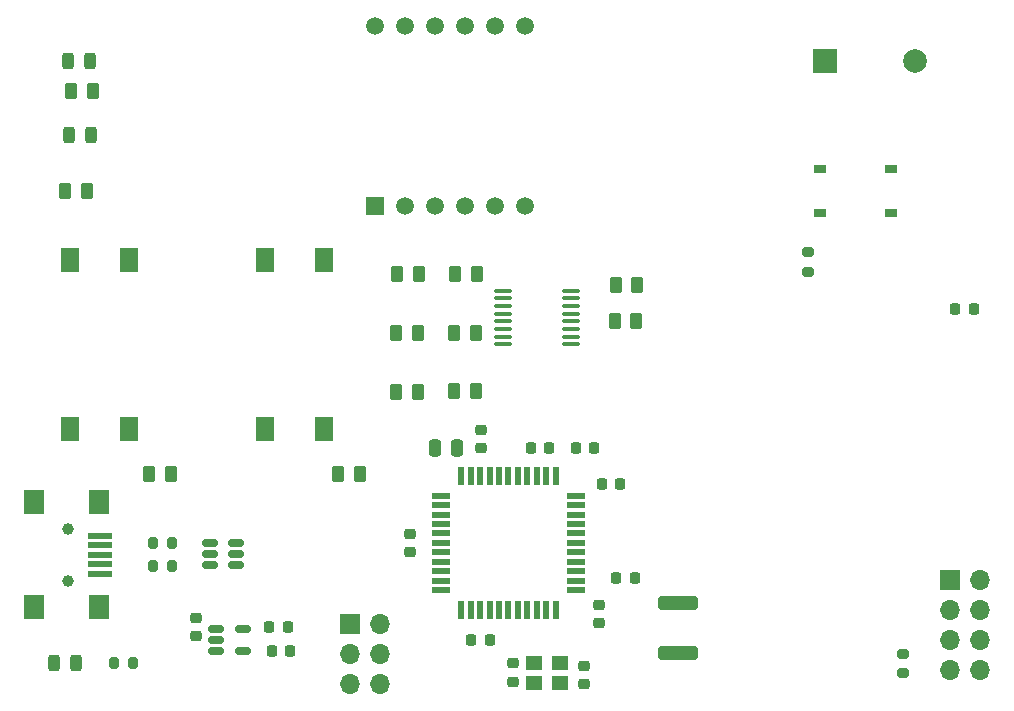
<source format=gbr>
%TF.GenerationSoftware,KiCad,Pcbnew,(7.0.0)*%
%TF.CreationDate,2023-04-21T00:37:14-06:00*%
%TF.ProjectId,Phase_B_Prototype,50686173-655f-4425-9f50-726f746f7479,rev?*%
%TF.SameCoordinates,Original*%
%TF.FileFunction,Soldermask,Top*%
%TF.FilePolarity,Negative*%
%FSLAX46Y46*%
G04 Gerber Fmt 4.6, Leading zero omitted, Abs format (unit mm)*
G04 Created by KiCad (PCBNEW (7.0.0)) date 2023-04-21 00:37:14*
%MOMM*%
%LPD*%
G01*
G04 APERTURE LIST*
G04 Aperture macros list*
%AMRoundRect*
0 Rectangle with rounded corners*
0 $1 Rounding radius*
0 $2 $3 $4 $5 $6 $7 $8 $9 X,Y pos of 4 corners*
0 Add a 4 corners polygon primitive as box body*
4,1,4,$2,$3,$4,$5,$6,$7,$8,$9,$2,$3,0*
0 Add four circle primitives for the rounded corners*
1,1,$1+$1,$2,$3*
1,1,$1+$1,$4,$5*
1,1,$1+$1,$6,$7*
1,1,$1+$1,$8,$9*
0 Add four rect primitives between the rounded corners*
20,1,$1+$1,$2,$3,$4,$5,0*
20,1,$1+$1,$4,$5,$6,$7,0*
20,1,$1+$1,$6,$7,$8,$9,0*
20,1,$1+$1,$8,$9,$2,$3,0*%
G04 Aperture macros list end*
%ADD10RoundRect,0.250000X-0.250000X-0.475000X0.250000X-0.475000X0.250000X0.475000X-0.250000X0.475000X0*%
%ADD11RoundRect,0.243750X-0.243750X-0.456250X0.243750X-0.456250X0.243750X0.456250X-0.243750X0.456250X0*%
%ADD12RoundRect,0.225000X-0.225000X-0.250000X0.225000X-0.250000X0.225000X0.250000X-0.225000X0.250000X0*%
%ADD13RoundRect,0.250000X-0.262500X-0.450000X0.262500X-0.450000X0.262500X0.450000X-0.262500X0.450000X0*%
%ADD14RoundRect,0.200000X-0.200000X-0.275000X0.200000X-0.275000X0.200000X0.275000X-0.200000X0.275000X0*%
%ADD15R,1.400000X1.200000*%
%ADD16RoundRect,0.250000X1.450000X-0.312500X1.450000X0.312500X-1.450000X0.312500X-1.450000X-0.312500X0*%
%ADD17R,1.000000X0.700000*%
%ADD18RoundRect,0.225000X0.250000X-0.225000X0.250000X0.225000X-0.250000X0.225000X-0.250000X-0.225000X0*%
%ADD19RoundRect,0.150000X-0.512500X-0.150000X0.512500X-0.150000X0.512500X0.150000X-0.512500X0.150000X0*%
%ADD20R,1.500000X1.500000*%
%ADD21C,1.500000*%
%ADD22R,1.700000X1.700000*%
%ADD23O,1.700000X1.700000*%
%ADD24RoundRect,0.225000X0.225000X0.250000X-0.225000X0.250000X-0.225000X-0.250000X0.225000X-0.250000X0*%
%ADD25RoundRect,0.225000X-0.250000X0.225000X-0.250000X-0.225000X0.250000X-0.225000X0.250000X0.225000X0*%
%ADD26RoundRect,0.200000X0.275000X-0.200000X0.275000X0.200000X-0.275000X0.200000X-0.275000X-0.200000X0*%
%ADD27R,1.500000X0.550000*%
%ADD28R,0.550000X1.500000*%
%ADD29R,1.500000X2.000000*%
%ADD30C,1.000000*%
%ADD31R,2.000000X0.500000*%
%ADD32R,1.700000X2.000000*%
%ADD33R,2.000000X2.000000*%
%ADD34C,2.000000*%
%ADD35RoundRect,0.100000X-0.637500X-0.100000X0.637500X-0.100000X0.637500X0.100000X-0.637500X0.100000X0*%
G04 APERTURE END LIST*
D10*
%TO.C,C8*%
X217350000Y-103800000D03*
X219250000Y-103800000D03*
%TD*%
D11*
%TO.C,RED1*%
X186375000Y-77300000D03*
X188250000Y-77300000D03*
%TD*%
D12*
%TO.C,C6*%
X220450000Y-120000000D03*
X222000000Y-120000000D03*
%TD*%
D13*
%TO.C,R9*%
X219000000Y-94000000D03*
X220825000Y-94000000D03*
%TD*%
D14*
%TO.C,R15*%
X193475000Y-111800000D03*
X195125000Y-111800000D03*
%TD*%
D15*
%TO.C,Y1*%
X227999999Y-121999999D03*
X225799999Y-121999999D03*
X225799999Y-123699999D03*
X227999999Y-123699999D03*
%TD*%
D16*
%TO.C,F1*%
X238000000Y-121137500D03*
X238000000Y-116862500D03*
%TD*%
D13*
%TO.C,R4*%
X186587500Y-73500000D03*
X188412500Y-73500000D03*
%TD*%
D17*
%TO.C,S3*%
X249999999Y-80149999D03*
X255999999Y-80149999D03*
X249999999Y-83849999D03*
X255999999Y-83849999D03*
%TD*%
D18*
%TO.C,C9*%
X215300000Y-112575000D03*
X215300000Y-111025000D03*
%TD*%
D19*
%TO.C,U4*%
X198300000Y-111800000D03*
X198300000Y-112750000D03*
X198300000Y-113700000D03*
X200575000Y-113700000D03*
X200575000Y-112750000D03*
X200575000Y-111800000D03*
%TD*%
D13*
%TO.C,R1*%
X209175000Y-106000000D03*
X211000000Y-106000000D03*
%TD*%
D18*
%TO.C,C12*%
X221300000Y-103800000D03*
X221300000Y-102250000D03*
%TD*%
D20*
%TO.C,U1*%
X212299999Y-83239999D03*
D21*
X214840000Y-83240000D03*
X217380000Y-83240000D03*
X219920000Y-83240000D03*
X222460000Y-83240000D03*
X225000000Y-83240000D03*
X225000000Y-68000000D03*
X222460000Y-68000000D03*
X219920000Y-68000000D03*
X217380000Y-68000000D03*
X214840000Y-68000000D03*
X212300000Y-68000000D03*
%TD*%
D12*
%TO.C,C4*%
X231525000Y-106800000D03*
X233075000Y-106800000D03*
%TD*%
D13*
%TO.C,R8*%
X219087500Y-89000000D03*
X220912500Y-89000000D03*
%TD*%
D12*
%TO.C,C14*%
X203362500Y-118950000D03*
X204912500Y-118950000D03*
%TD*%
D22*
%TO.C,J2*%
X210209999Y-118669999D03*
D23*
X212749999Y-118669999D03*
X210209999Y-121209999D03*
X212749999Y-121209999D03*
X210209999Y-123749999D03*
X212749999Y-123749999D03*
%TD*%
D24*
%TO.C,C7*%
X227075000Y-103800000D03*
X225525000Y-103800000D03*
%TD*%
D12*
%TO.C,C1*%
X261450000Y-92000000D03*
X263000000Y-92000000D03*
%TD*%
D25*
%TO.C,C10*%
X231300000Y-117025000D03*
X231300000Y-118575000D03*
%TD*%
D13*
%TO.C,R6*%
X232677500Y-90000000D03*
X234502500Y-90000000D03*
%TD*%
%TO.C,R11*%
X214087500Y-94000000D03*
X215912500Y-94000000D03*
%TD*%
D25*
%TO.C,C2*%
X230000000Y-122225000D03*
X230000000Y-123775000D03*
%TD*%
D14*
%TO.C,R14*%
X193475000Y-113800000D03*
X195125000Y-113800000D03*
%TD*%
D26*
%TO.C,R17*%
X257000000Y-122825000D03*
X257000000Y-121175000D03*
%TD*%
D27*
%TO.C,U3*%
X217899999Y-107799999D03*
X217899999Y-108599999D03*
X217899999Y-109399999D03*
X217899999Y-110199999D03*
X217899999Y-110999999D03*
X217899999Y-111799999D03*
X217899999Y-112599999D03*
X217899999Y-113399999D03*
X217899999Y-114199999D03*
X217899999Y-114999999D03*
X217899999Y-115799999D03*
D28*
X219599999Y-117499999D03*
X220399999Y-117499999D03*
X221199999Y-117499999D03*
X221999999Y-117499999D03*
X222799999Y-117499999D03*
X223599999Y-117499999D03*
X224399999Y-117499999D03*
X225199999Y-117499999D03*
X225999999Y-117499999D03*
X226799999Y-117499999D03*
X227599999Y-117499999D03*
D27*
X229299999Y-115799999D03*
X229299999Y-114999999D03*
X229299999Y-114199999D03*
X229299999Y-113399999D03*
X229299999Y-112599999D03*
X229299999Y-111799999D03*
X229299999Y-110999999D03*
X229299999Y-110199999D03*
X229299999Y-109399999D03*
X229299999Y-108599999D03*
X229299999Y-107799999D03*
D28*
X227599999Y-106099999D03*
X226799999Y-106099999D03*
X225999999Y-106099999D03*
X225199999Y-106099999D03*
X224399999Y-106099999D03*
X223599999Y-106099999D03*
X222799999Y-106099999D03*
X221999999Y-106099999D03*
X221199999Y-106099999D03*
X220399999Y-106099999D03*
X219599999Y-106099999D03*
%TD*%
D13*
%TO.C,R10*%
X219000000Y-98950000D03*
X220825000Y-98950000D03*
%TD*%
%TO.C,R12*%
X214087500Y-99000000D03*
X215912500Y-99000000D03*
%TD*%
D11*
%TO.C,RED2*%
X185125000Y-122000000D03*
X187000000Y-122000000D03*
%TD*%
D13*
%TO.C,R5*%
X214175000Y-89000000D03*
X216000000Y-89000000D03*
%TD*%
D25*
%TO.C,C13*%
X197137500Y-118175000D03*
X197137500Y-119725000D03*
%TD*%
D14*
%TO.C,R16*%
X190175000Y-122000000D03*
X191825000Y-122000000D03*
%TD*%
D12*
%TO.C,C11*%
X232750000Y-114800000D03*
X234300000Y-114800000D03*
%TD*%
D13*
%TO.C,R7*%
X232590000Y-93000000D03*
X234415000Y-93000000D03*
%TD*%
D29*
%TO.C,S2*%
X207999999Y-87849999D03*
X207999999Y-102149999D03*
X202999999Y-87849999D03*
X202999999Y-102149999D03*
%TD*%
D13*
%TO.C,R2*%
X193175000Y-106000000D03*
X195000000Y-106000000D03*
%TD*%
D18*
%TO.C,C3*%
X224000000Y-123550000D03*
X224000000Y-122000000D03*
%TD*%
D11*
%TO.C,GREEN1*%
X186312500Y-71000000D03*
X188187500Y-71000000D03*
%TD*%
D19*
%TO.C,U5*%
X198862500Y-119050000D03*
X198862500Y-120000000D03*
X198862500Y-120950000D03*
X201137500Y-120950000D03*
X201137500Y-119050000D03*
%TD*%
D12*
%TO.C,C15*%
X203587500Y-120950000D03*
X205137500Y-120950000D03*
%TD*%
D30*
%TO.C,J1*%
X186300000Y-110600000D03*
X186300000Y-115000000D03*
D31*
X188999999Y-111199999D03*
X188999999Y-111999999D03*
X188999999Y-112799999D03*
X188999999Y-113599999D03*
X188999999Y-114399999D03*
D32*
X188899999Y-108349999D03*
X183449999Y-108349999D03*
X188899999Y-117249999D03*
X183449999Y-117249999D03*
%TD*%
D13*
%TO.C,R3*%
X186087500Y-82000000D03*
X187912500Y-82000000D03*
%TD*%
D26*
%TO.C,R13*%
X249000000Y-88825000D03*
X249000000Y-87175000D03*
%TD*%
D33*
%TO.C,LS1*%
X250399999Y-70999999D03*
D34*
X258000000Y-71000000D03*
%TD*%
D12*
%TO.C,C5*%
X229300000Y-103800000D03*
X230850000Y-103800000D03*
%TD*%
D29*
%TO.C,S1*%
X191499999Y-87849999D03*
X191499999Y-102149999D03*
X186499999Y-87849999D03*
X186499999Y-102149999D03*
%TD*%
D35*
%TO.C,U2*%
X223137500Y-90450000D03*
X223137500Y-91100000D03*
X223137500Y-91750000D03*
X223137500Y-92400000D03*
X223137500Y-93050000D03*
X223137500Y-93700000D03*
X223137500Y-94350000D03*
X223137500Y-95000000D03*
X228862500Y-95000000D03*
X228862500Y-94350000D03*
X228862500Y-93700000D03*
X228862500Y-93050000D03*
X228862500Y-92400000D03*
X228862500Y-91750000D03*
X228862500Y-91100000D03*
X228862500Y-90450000D03*
%TD*%
D22*
%TO.C,J3*%
X260959999Y-114919999D03*
D23*
X263499999Y-114919999D03*
X260959999Y-117459999D03*
X263499999Y-117459999D03*
X260959999Y-119999999D03*
X263499999Y-119999999D03*
X260959999Y-122539999D03*
X263499999Y-122539999D03*
%TD*%
M02*

</source>
